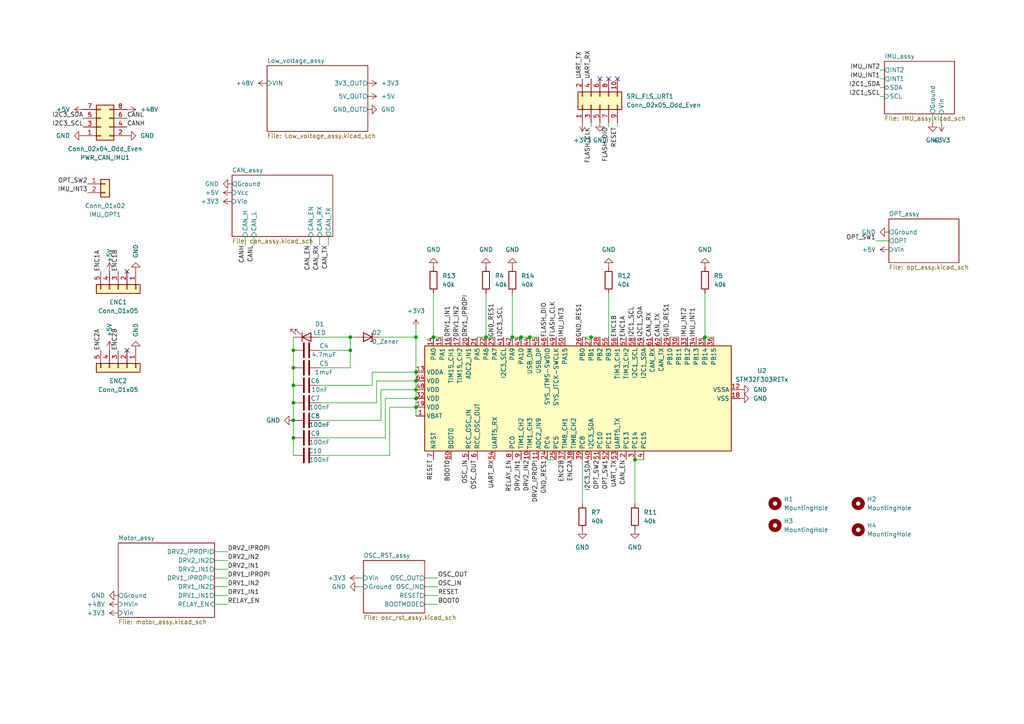
<source format=kicad_sch>
(kicad_sch (version 20230121) (generator eeschema)
  (paper "A4")
  (lib_symbols
    (symbol "Connector_Generic:Conn_01x02" (pin_names (offset 1.016) hide)
      (property "Reference" "J" (at 0 2.54 0))
      (property "Value" "Conn_01x02" (at 0 -5.08 0))
      (symbol "Conn_01x02_1_1"
        (rectangle (start -1.27 -2.413) (end 0 -2.667) (stroke (width 0.1524)))
        (rectangle (start -1.27 0.127) (end 0 -0.127) (stroke (width 0.1524)))
        (rectangle (start -1.27 1.27) (end 1.27 -3.81) (stroke (width 0.254)) (fill (type background)))
        (pin passive line (at -5.08 0 0) (length 3.81) (name "Pin_1") (number "1"))
        (pin passive line (at -5.08 -2.54 0) (length 3.81) (name "Pin_2") (number "2"))
      )
    )
    (symbol "Connector_Generic:Conn_01x05" (pin_names (offset 1.016) hide)
      (property "Reference" "J" (at 0 7.62 0))
      (property "Value" "Conn_01x05" (at 0 -7.62 0))
      (symbol "Conn_01x05_1_1"
        (rectangle (start -1.27 -4.953) (end 0 -5.207) (stroke (width 0.1524)))
        (rectangle (start -1.27 -2.413) (end 0 -2.667) (stroke (width 0.1524)))
        (rectangle (start -1.27 0.127) (end 0 -0.127) (stroke (width 0.1524)))
        (rectangle (start -1.27 2.667) (end 0 2.413) (stroke (width 0.1524)))
        (rectangle (start -1.27 5.207) (end 0 4.953) (stroke (width 0.1524)))
        (rectangle (start -1.27 6.35) (end 1.27 -6.35) (stroke (width 0.254)) (fill (type background)))
        (pin passive line (at -5.08 5.08 0) (length 3.81) (name "Pin_1") (number "1"))
        (pin passive line (at -5.08 2.54 0) (length 3.81) (name "Pin_2") (number "2"))
        (pin passive line (at -5.08 0 0) (length 3.81) (name "Pin_3") (number "3"))
        (pin passive line (at -5.08 -2.54 0) (length 3.81) (name "Pin_4") (number "4"))
        (pin passive line (at -5.08 -5.08 0) (length 3.81) (name "Pin_5") (number "5"))
      )
    )
    (symbol "Connector_Generic:Conn_02x04_Odd_Even" (pin_names (offset 1.016) hide)
      (property "Reference" "J" (at 1.27 5.08 0))
      (property "Value" "Conn_02x04_Odd_Even" (at 1.27 -7.62 0))
      (symbol "Conn_02x04_Odd_Even_1_1"
        (rectangle (start -1.27 -4.953) (end 0 -5.207) (stroke (width 0.1524)))
        (rectangle (start -1.27 -2.413) (end 0 -2.667) (stroke (width 0.1524)))
        (rectangle (start -1.27 0.127) (end 0 -0.127) (stroke (width 0.1524)))
        (rectangle (start -1.27 2.667) (end 0 2.413) (stroke (width 0.1524)))
        (rectangle (start -1.27 3.81) (end 3.81 -6.35) (stroke (width 0.254)) (fill (type background)))
        (rectangle (start 3.81 -4.953) (end 2.54 -5.207) (stroke (width 0.1524)))
        (rectangle (start 3.81 -2.413) (end 2.54 -2.667) (stroke (width 0.1524)))
        (rectangle (start 3.81 0.127) (end 2.54 -0.127) (stroke (width 0.1524)))
        (rectangle (start 3.81 2.667) (end 2.54 2.413) (stroke (width 0.1524)))
        (pin passive line (at -5.08 2.54 0) (length 3.81) (name "Pin_1") (number "1"))
        (pin passive line (at 7.62 2.54 180) (length 3.81) (name "Pin_2") (number "2"))
        (pin passive line (at -5.08 0 0) (length 3.81) (name "Pin_3") (number "3"))
        (pin passive line (at 7.62 0 180) (length 3.81) (name "Pin_4") (number "4"))
        (pin passive line (at -5.08 -2.54 0) (length 3.81) (name "Pin_5") (number "5"))
        (pin passive line (at 7.62 -2.54 180) (length 3.81) (name "Pin_6") (number "6"))
        (pin passive line (at -5.08 -5.08 0) (length 3.81) (name "Pin_7") (number "7"))
        (pin passive line (at 7.62 -5.08 180) (length 3.81) (name "Pin_8") (number "8"))
      )
    )
    (symbol "Connector_Generic:Conn_02x05_Odd_Even" (pin_names (offset 1.016) hide)
      (property "Reference" "J" (at 1.27 7.62 0))
      (property "Value" "Conn_02x05_Odd_Even" (at 1.27 -7.62 0))
      (symbol "Conn_02x05_Odd_Even_1_1"
        (rectangle (start -1.27 -4.953) (end 0 -5.207) (stroke (width 0.1524)))
        (rectangle (start -1.27 -2.413) (end 0 -2.667) (stroke (width 0.1524)))
        (rectangle (start -1.27 0.127) (end 0 -0.127) (stroke (width 0.1524)))
        (rectangle (start -1.27 2.667) (end 0 2.413) (stroke (width 0.1524)))
        (rectangle (start -1.27 5.207) (end 0 4.953) (stroke (width 0.1524)))
        (rectangle (start -1.27 6.35) (end 3.81 -6.35) (stroke (width 0.254)) (fill (type background)))
        (rectangle (start 3.81 -4.953) (end 2.54 -5.207) (stroke (width 0.1524)))
        (rectangle (start 3.81 -2.413) (end 2.54 -2.667) (stroke (width 0.1524)))
        (rectangle (start 3.81 0.127) (end 2.54 -0.127) (stroke (width 0.1524)))
        (rectangle (start 3.81 2.667) (end 2.54 2.413) (stroke (width 0.1524)))
        (rectangle (start 3.81 5.207) (end 2.54 4.953) (stroke (width 0.1524)))
        (pin passive line (at -5.08 5.08 0) (length 3.81) (name "Pin_1") (number "1"))
        (pin passive line (at 7.62 -5.08 180) (length 3.81) (name "Pin_10") (number "10"))
        (pin passive line (at 7.62 5.08 180) (length 3.81) (name "Pin_2") (number "2"))
        (pin passive line (at -5.08 2.54 0) (length 3.81) (name "Pin_3") (number "3"))
        (pin passive line (at 7.62 2.54 180) (length 3.81) (name "Pin_4") (number "4"))
        (pin passive line (at -5.08 0 0) (length 3.81) (name "Pin_5") (number "5"))
        (pin passive line (at 7.62 0 180) (length 3.81) (name "Pin_6") (number "6"))
        (pin passive line (at -5.08 -2.54 0) (length 3.81) (name "Pin_7") (number "7"))
        (pin passive line (at 7.62 -2.54 180) (length 3.81) (name "Pin_8") (number "8"))
        (pin passive line (at -5.08 -5.08 0) (length 3.81) (name "Pin_9") (number "9"))
      )
    )
    (symbol "Device:C" (pin_numbers hide) (pin_names (offset 0.254))
      (property "Reference" "C" (at 0.635 2.54 0))
      (property "Value" "C" (at 0.635 -2.54 0))
      (symbol "C_0_1"
        (polyline (pts (xy -2.032 -0.762) (xy 2.032 -0.762)) (stroke (width 0.508)))
        (polyline (pts (xy -2.032 0.762) (xy 2.032 0.762)) (stroke (width 0.508)))
      )
      (symbol "C_1_1"
        (pin passive line (at 0 3.81 270) (length 2.794) (name "~") (number "1"))
        (pin passive line (at 0 -3.81 90) (length 2.794) (name "~") (number "2"))
      )
    )
    (symbol "Device:D_Zener" (pin_numbers hide) (pin_names (offset 1.016) hide)
      (property "Reference" "D" (at 0 2.54 0))
      (property "Value" "D_Zener" (at 0 -2.54 0))
      (symbol "D_Zener_0_1"
        (polyline (pts (xy 1.27 0) (xy -1.27 0)))
        (polyline (pts (xy -1.27 -1.27) (xy -1.27 1.27) (xy -0.762 1.27)) (stroke (width 0.254)))
        (polyline (pts (xy 1.27 -1.27) (xy 1.27 1.27) (xy -1.27 0) (xy 1.27 -1.27)) (stroke (width 0.254)))
      )
      (symbol "D_Zener_1_1"
        (pin passive line (at -3.81 0 0) (length 2.54) (name "K") (number "1"))
        (pin passive line (at 3.81 0 180) (length 2.54) (name "A") (number "2"))
      )
    )
    (symbol "Device:LED" (pin_numbers hide) (pin_names (offset 1.016) hide)
      (property "Reference" "D" (at 0 2.54 0))
      (property "Value" "LED" (at 0 -2.54 0))
      (symbol "LED_0_1"
        (polyline (pts (xy -1.27 -1.27) (xy -1.27 1.27)) (stroke (width 0.254)))
        (polyline (pts (xy -1.27 0) (xy 1.27 0)))
        (polyline (pts (xy 1.27 -1.27) (xy 1.27 1.27) (xy -1.27 0) (xy 1.27 -1.27)) (stroke (width 0.254)))
        (polyline (pts (xy -3.048 -0.762) (xy -4.572 -2.286) (xy -3.81 -2.286) (xy -4.572 -2.286) (xy -4.572 -1.524)))
        (polyline (pts (xy -1.778 -0.762) (xy -3.302 -2.286) (xy -2.54 -2.286) (xy -3.302 -2.286) (xy -3.302 -1.524)))
      )
      (symbol "LED_1_1"
        (pin passive line (at -3.81 0 0) (length 2.54) (name "K") (number "1"))
        (pin passive line (at 3.81 0 180) (length 2.54) (name "A") (number "2"))
      )
    )
    (symbol "Device:R" (pin_numbers hide) (pin_names (offset 0))
      (property "Reference" "R" (at 2.032 0 90))
      (property "Value" "R" (at 0 0 90))
      (symbol "R_0_1"
        (rectangle (start -1.016 -2.54) (end 1.016 2.54) (stroke (width 0.254)))
      )
      (symbol "R_1_1"
        (pin passive line (at 0 3.81 270) (length 1.27) (name "~") (number "1"))
        (pin passive line (at 0 -3.81 90) (length 1.27) (name "~") (number "2"))
      )
    )
    (symbol "MCU_ST_STM32F3:STM32F303RETx"
      (property "Reference" "U" (at -15.24 46.99 0))
      (property "Value" "STM32F303RETx" (at 10.16 46.99 0))
      (symbol "STM32F303RETx_0_1"
        (rectangle (start -15.24 -43.18) (end 15.24 45.72) (stroke (width 0.254)) (fill (type background)))
      )
      (symbol "STM32F303RETx_1_1"
        (pin power_in line (at -5.08 48.26 270) (length 2.54) (name "VBAT") (number "1"))
        (pin bidirectional line (at -17.78 15.24 0) (length 2.54) (name "PC2") (number "10") (alternate "TIM1_CH3" bidirectional line))
        (pin bidirectional line (at -17.78 12.7 0) (length 2.54) (name "PC3") (number "11") (alternate "ADC2_IN9" bidirectional line))
        (pin power_in line (at 2.54 -45.72 90) (length 2.54) (name "VSSA") (number "12"))
        (pin power_in line (at 7.62 48.26 270) (length 2.54) (name "VDDA") (number "13"))
        (pin bidirectional line (at 17.78 43.18 180) (length 2.54) (name "PA0") (number "14"))
        (pin bidirectional line (at 17.78 40.64 180) (length 2.54) (name "PA1") (number "15"))
        (pin bidirectional line (at 17.78 38.1 180) (length 2.54) (name "PA2") (number "16") (alternate "TIM15_CH1" bidirectional line))
        (pin bidirectional line (at 17.78 35.56 180) (length 2.54) (name "PA3") (number "17") (alternate "TIM15_CH2" bidirectional line))
        (pin power_in line (at 0 -45.72 90) (length 2.54) (name "VSS") (number "18"))
        (pin power_in line (at -2.54 48.26 270) (length 2.54) (name "VDD") (number "19"))
        (pin bidirectional line (at -17.78 -12.7 0) (length 2.54) (name "PC13") (number "2"))
        (pin bidirectional line (at 17.78 33.02 180) (length 2.54) (name "PA4") (number "20") (alternate "ADC2_IN1" bidirectional line) (alternate "TIM3_CH2" bidirectional line))
        (pin bidirectional line (at 17.78 30.48 180) (length 2.54) (name "PA5") (number "21"))
        (pin bidirectional line (at 17.78 27.94 180) (length 2.54) (name "PA6") (number "22") (alternate "TIM3_CH1" bidirectional line))
        (pin bidirectional line (at 17.78 25.4 180) (length 2.54) (name "PA7") (number "23") (alternate "TIM3_CH2" bidirectional line))
        (pin bidirectional line (at -17.78 10.16 0) (length 2.54) (name "PC4") (number "24"))
        (pin bidirectional line (at -17.78 7.62 0) (length 2.54) (name "PC5") (number "25"))
        (pin bidirectional line (at 17.78 0 180) (length 2.54) (name "PB0") (number "26"))
        (pin bidirectional line (at 17.78 -2.54 180) (length 2.54) (name "PB1") (number "27"))
        (pin bidirectional line (at 17.78 -5.08 180) (length 2.54) (name "PB2") (number "28"))
        (pin bidirectional line (at 17.78 -25.4 180) (length 2.54) (name "PB10") (number "29"))
        (pin bidirectional line (at -17.78 -15.24 0) (length 2.54) (name "PC14") (number "3"))
        (pin bidirectional line (at 17.78 -27.94 180) (length 2.54) (name "PB11") (number "30"))
        (pin passive line (at 0 -45.72 90) (length 2.54) hide (name "VSS") (number "31"))
        (pin power_in line (at 0 48.26 270) (length 2.54) (name "VDD") (number "32"))
        (pin bidirectional line (at 17.78 -30.48 180) (length 2.54) (name "PB12") (number "33"))
        (pin bidirectional line (at 17.78 -33.02 180) (length 2.54) (name "PB13") (number "34"))
        (pin bidirectional line (at 17.78 -35.56 180) (length 2.54) (name "PB14") (number "35") (alternate "TIM15_CH1" bidirectional line))
        (pin bidirectional line (at 17.78 -38.1 180) (length 2.54) (name "PB15") (number "36") (alternate "TIM15_CH2" bidirectional line))
        (pin bidirectional line (at -17.78 5.08 0) (length 2.54) (name "PC6") (number "37") (alternate "TIM3_CH1" bidirectional line) (alternate "TIM8_CH1" bidirectional line))
        (pin bidirectional line (at -17.78 2.54 0) (length 2.54) (name "PC7") (number "38") (alternate "TIM3_CH2" bidirectional line) (alternate "TIM8_CH2" bidirectional line))
        (pin bidirectional line (at -17.78 0 0) (length 2.54) (name "PC8") (number "39"))
        (pin bidirectional line (at -17.78 -17.78 0) (length 2.54) (name "PC15") (number "4"))
        (pin bidirectional line (at -17.78 -2.54 0) (length 2.54) (name "PC9") (number "40") (alternate "I2C3_SDA" bidirectional line))
        (pin bidirectional line (at 17.78 22.86 180) (length 2.54) (name "PA8") (number "41") (alternate "I2C3_SCL" bidirectional line))
        (pin bidirectional line (at 17.78 20.32 180) (length 2.54) (name "PA9") (number "42") (alternate "TIM1_CH2" bidirectional line))
        (pin bidirectional line (at 17.78 17.78 180) (length 2.54) (name "PA10") (number "43") (alternate "TIM1_CH3" bidirectional line))
        (pin bidirectional line (at 17.78 15.24 180) (length 2.54) (name "PA11") (number "44") (alternate "CAN_RX" bidirectional line) (alternate "USB_DM" bidirectional line))
        (pin bidirectional line (at 17.78 12.7 180) (length 2.54) (name "PA12") (number "45") (alternate "CAN_TX" bidirectional line) (alternate "USB_DP" bidirectional line))
        (pin bidirectional line (at 17.78 10.16 180) (length 2.54) (name "PA13") (number "46") (alternate "SYS_JTMS-SWDIO" bidirectional line))
        (pin passive line (at 0 -45.72 90) (length 2.54) hide (name "VSS") (number "47"))
        (pin power_in line (at 2.54 48.26 270) (length 2.54) (name "VDD") (number "48"))
        (pin bidirectional line (at 17.78 7.62 180) (length 2.54) (name "PA14") (number "49") (alternate "I2C1_SDA" bidirectional line) (alternate "SYS_JTCK-SWCLK" bidirectional line) (alternate "TIM8_CH2" bidirectional line))
        (pin bidirectional line (at -17.78 33.02 0) (length 2.54) (name "PF0") (number "5") (alternate "RCC_OSC_IN" bidirectional line))
        (pin bidirectional line (at 17.78 5.08 180) (length 2.54) (name "PA15") (number "50") (alternate "I2C1_SCL" bidirectional line) (alternate "TIM8_CH1" bidirectional line))
        (pin bidirectional line (at -17.78 -5.08 0) (length 2.54) (name "PC10") (number "51"))
        (pin bidirectional line (at -17.78 -7.62 0) (length 2.54) (name "PC11") (number "52"))
        (pin bidirectional line (at -17.78 -10.16 0) (length 2.54) (name "PC12") (number "53") (alternate "UART5_TX" bidirectional line))
        (pin bidirectional line (at -17.78 25.4 0) (length 2.54) (name "PD2") (number "54") (alternate "UART5_RX" bidirectional line))
        (pin bidirectional line (at 17.78 -7.62 180) (length 2.54) (name "PB3") (number "55"))
        (pin bidirectional line (at 17.78 -10.16 180) (length 2.54) (name "PB4") (number "56") (alternate "TIM3_CH1" bidirectional line))
        (pin bidirectional line (at 17.78 -12.7 180) (length 2.54) (name "PB5") (number "57") (alternate "I2C3_SDA" bidirectional line) (alternate "TIM3_CH2" bidirectional line))
        (pin bidirectional line (at 17.78 -15.24 180) (length 2.54) (name "PB6") (number "58") (alternate "I2C1_SCL" bidirectional line) (alternate "TIM8_CH1" bidirectional line))
        (pin bidirectional line (at 17.78 -17.78 180) (length 2.54) (name "PB7") (number "59") (alternate "I2C1_SDA" bidirectional line))
        (pin bidirectional line (at -17.78 30.48 0) (length 2.54) (name "PF1") (number "6") (alternate "RCC_OSC_OUT" bidirectional line))
        (pin input line (at -17.78 38.1 0) (length 2.54) (name "BOOT0") (number "60"))
        (pin bidirectional line (at 17.78 -20.32 180) (length 2.54) (name "PB8") (number "61") (alternate "CAN_RX" bidirectional line) (alternate "I2C1_SCL" bidirectional line) (alternate "TIM8_CH2" bidirectional line))
        (pin bidirectional line (at 17.78 -22.86 180) (length 2.54) (name "PB9") (number "62") (alternate "CAN_TX" bidirectional line) (alternate "I2C1_SDA" bidirectional line))
        (pin passive line (at 0 -45.72 90) (length 2.54) hide (name "VSS") (number "63"))
        (pin power_in line (at 5.08 48.26 270) (length 2.54) (name "VDD") (number "64"))
        (pin input line (at -17.78 43.18 0) (length 2.54) (name "NRST") (number "7"))
        (pin bidirectional line (at -17.78 20.32 0) (length 2.54) (name "PC0") (number "8"))
        (pin bidirectional line (at -17.78 17.78 0) (length 2.54) (name "PC1") (number "9") (alternate "TIM1_CH2" bidirectional line))
      )
    )
    (symbol "Mechanical:MountingHole" (pin_names (offset 1.016))
      (property "Reference" "H" (at 0 5.08 0))
      (property "Value" "MountingHole" (at 0 3.175 0))
      (symbol "MountingHole_0_1"
        (circle (center 0 0) (radius 1.27) (stroke (width 1.27)))
      )
    )
    (symbol "power:+3V3" (power) (pin_names (offset 0))
      (property "Value" "+3V3" (at 0 3.556 0))
      (symbol "+3V3_0_1"
        (polyline (pts (xy -0.762 1.27) (xy 0 2.54)))
        (polyline (pts (xy 0 0) (xy 0 2.54)))
        (polyline (pts (xy 0 2.54) (xy 0.762 1.27)))
      )
      (symbol "+3V3_1_1"
        (pin power_in line (at 0 0 90) (length 0) hide (name "+3V3") (number "1"))
      )
    )
    (symbol "power:+48V" (power) (pin_names (offset 0))
      (property "Value" "+48V" (at 0 3.556 0))
      (symbol "+48V_0_1"
        (polyline (pts (xy -0.762 1.27) (xy 0 2.54)))
        (polyline (pts (xy 0 0) (xy 0 2.54)))
        (polyline (pts (xy 0 2.54) (xy 0.762 1.27)))
      )
      (symbol "+48V_1_1"
        (pin power_in line (at 0 0 90) (length 0) hide (name "+48V") (number "1"))
      )
    )
    (symbol "power:+5V" (power) (pin_names (offset 0))
      (property "Value" "+5V" (at 0 3.556 0))
      (symbol "+5V_0_1"
        (polyline (pts (xy -0.762 1.27) (xy 0 2.54)))
        (polyline (pts (xy 0 0) (xy 0 2.54)))
        (polyline (pts (xy 0 2.54) (xy 0.762 1.27)))
      )
      (symbol "+5V_1_1"
        (pin power_in line (at 0 0 90) (length 0) hide (name "+5V") (number "1"))
      )
    )
    (symbol "power:GND" (power) (pin_names (offset 0))
      (property "Value" "GND" (at 0 -3.81 0))
      (symbol "GND_0_1"
        (polyline (pts (xy 0 0) (xy 0 -1.27) (xy 1.27 -1.27) (xy 0 -2.54) (xy -1.27 -1.27) (xy 0 -1.27)))
      )
      (symbol "GND_1_1"
        (pin power_in line (at 0 0 270) (length 0) hide (name "GND") (number "1"))
      )
    )
  )
  (junction (at 85.09 116.84))
  (junction (at 120.65 110.49))
  (junction (at 120.65 97.79))
  (junction (at 125.73 97.79))
  (junction (at 204.47 97.79))
  (junction (at 153.67 97.79))
  (junction (at 184.15 133.35))
  (junction (at 120.65 115.57))
  (junction (at 140.97 97.79))
  (junction (at 101.6 101.6))
  (junction (at 148.59 97.79))
  (junction (at 85.09 101.6))
  (junction (at 85.09 106.68))
  (junction (at 120.65 107.95))
  (junction (at 120.65 113.03))
  (junction (at 151.13 97.79))
  (junction (at 85.09 121.92))
  (junction (at 85.09 111.76))
  (junction (at 120.65 118.11))
  (junction (at 171.45 97.79))
  (junction (at 85.09 127))
  (junction (at 101.6 97.79))
  (no_connect (at 176.53 22.86))
  (no_connect (at 179.07 22.86))
  (no_connect (at 36.83 78.74))
  (no_connect (at 173.99 22.86))
  (no_connect (at 36.83 101.6))
  (wire (pts (xy 171.45 35.56) (xy 171.45 36.83)))
  (wire (pts (xy 123.19 172.72) (xy 127 172.72)))
  (wire (pts (xy 204.47 97.79) (xy 207.01 97.79)))
  (wire (pts (xy 92.71 101.6) (xy 101.6 101.6)))
  (wire (pts (xy 255.27 20.32) (xy 256.54 20.32)))
  (wire (pts (xy 123.19 175.26) (xy 127 175.26)))
  (wire (pts (xy 255.27 25.4) (xy 256.54 25.4)))
  (wire (pts (xy 255.27 27.94) (xy 256.54 27.94)))
  (wire (pts (xy 171.45 97.79) (xy 173.99 97.79)))
  (wire (pts (xy 92.71 97.79) (xy 101.6 97.79)))
  (wire (pts (xy 62.23 167.64) (xy 66.04 167.64)))
  (wire (pts (xy 148.59 97.79) (xy 151.13 97.79)))
  (wire (pts (xy 153.67 97.79) (xy 156.21 97.79)))
  (wire (pts (xy 120.65 113.03) (xy 120.65 115.57)))
  (wire (pts (xy 71.12 68.58) (xy 71.12 71.12)))
  (wire (pts (xy 113.03 118.11) (xy 120.65 118.11)))
  (wire (pts (xy 110.49 121.92) (xy 110.49 113.03)))
  (wire (pts (xy 92.71 106.68) (xy 101.6 106.68)))
  (wire (pts (xy 62.23 160.02) (xy 66.04 160.02)))
  (wire (pts (xy 85.09 111.76) (xy 85.09 116.84)))
  (wire (pts (xy 92.71 68.58) (xy 92.71 71.12)))
  (wire (pts (xy 113.03 132.08) (xy 113.03 118.11)))
  (wire (pts (xy 184.15 133.35) (xy 184.15 146.05)))
  (wire (pts (xy 62.23 172.72) (xy 66.04 172.72)))
  (wire (pts (xy 120.65 97.79) (xy 120.65 107.95)))
  (wire (pts (xy 107.95 107.95) (xy 120.65 107.95)))
  (wire (pts (xy 204.47 85.09) (xy 204.47 97.79)))
  (wire (pts (xy 101.6 101.6) (xy 101.6 97.79)))
  (wire (pts (xy 194.31 97.79) (xy 196.85 97.79)))
  (wire (pts (xy 85.09 116.84) (xy 85.09 121.92)))
  (wire (pts (xy 104.14 170.18) (xy 105.41 170.18)))
  (wire (pts (xy 111.76 127) (xy 111.76 115.57)))
  (wire (pts (xy 120.65 115.57) (xy 120.65 118.11)))
  (wire (pts (xy 123.19 170.18) (xy 127 170.18)))
  (wire (pts (xy 176.53 35.56) (xy 176.53 36.83)))
  (wire (pts (xy 92.71 111.76) (xy 107.95 111.76)))
  (wire (pts (xy 73.66 68.58) (xy 73.66 71.12)))
  (wire (pts (xy 254 69.85) (xy 257.81 69.85)))
  (wire (pts (xy 179.07 35.56) (xy 179.07 36.83)))
  (wire (pts (xy 90.17 68.58) (xy 90.17 71.12)))
  (wire (pts (xy 273.05 33.02) (xy 273.05 35.56)))
  (wire (pts (xy 120.65 118.11) (xy 120.65 120.65)))
  (wire (pts (xy 92.71 132.08) (xy 113.03 132.08)))
  (wire (pts (xy 270.51 33.02) (xy 270.51 35.56)))
  (wire (pts (xy 140.97 85.09) (xy 140.97 97.79)))
  (wire (pts (xy 255.27 22.86) (xy 256.54 22.86)))
  (wire (pts (xy 151.13 97.79) (xy 153.67 97.79)))
  (wire (pts (xy 125.73 97.79) (xy 128.27 97.79)))
  (wire (pts (xy 104.14 167.64) (xy 105.41 167.64)))
  (wire (pts (xy 101.6 106.68) (xy 101.6 101.6)))
  (wire (pts (xy 120.65 110.49) (xy 120.65 113.03)))
  (wire (pts (xy 85.09 127) (xy 85.09 132.08)))
  (wire (pts (xy 168.91 97.79) (xy 171.45 97.79)))
  (wire (pts (xy 92.71 116.84) (xy 109.22 116.84)))
  (wire (pts (xy 95.25 68.58) (xy 95.25 71.12)))
  (wire (pts (xy 125.73 85.09) (xy 125.73 97.79)))
  (wire (pts (xy 85.09 97.79) (xy 85.09 101.6)))
  (wire (pts (xy 85.09 106.68) (xy 85.09 111.76)))
  (wire (pts (xy 92.71 121.92) (xy 110.49 121.92)))
  (wire (pts (xy 85.09 101.6) (xy 85.09 106.68)))
  (wire (pts (xy 109.22 116.84) (xy 109.22 110.49)))
  (wire (pts (xy 110.49 113.03) (xy 120.65 113.03)))
  (wire (pts (xy 62.23 170.18) (xy 66.04 170.18)))
  (wire (pts (xy 85.09 121.92) (xy 85.09 127)))
  (wire (pts (xy 62.23 175.26) (xy 66.04 175.26)))
  (wire (pts (xy 158.75 133.35) (xy 161.29 133.35)))
  (wire (pts (xy 62.23 162.56) (xy 66.04 162.56)))
  (wire (pts (xy 138.43 97.79) (xy 140.97 97.79)))
  (wire (pts (xy 168.91 133.35) (xy 168.91 146.05)))
  (wire (pts (xy 176.53 85.09) (xy 176.53 97.79)))
  (wire (pts (xy 148.59 85.09) (xy 148.59 97.79)))
  (wire (pts (xy 62.23 165.1) (xy 66.04 165.1)))
  (wire (pts (xy 101.6 97.79) (xy 102.87 97.79)))
  (wire (pts (xy 107.95 111.76) (xy 107.95 107.95)))
  (wire (pts (xy 123.19 167.64) (xy 127 167.64)))
  (wire (pts (xy 184.15 133.35) (xy 186.69 133.35)))
  (wire (pts (xy 110.49 97.79) (xy 120.65 97.79)))
  (wire (pts (xy 120.65 107.95) (xy 120.65 110.49)))
  (wire (pts (xy 109.22 110.49) (xy 120.65 110.49)))
  (wire (pts (xy 92.71 127) (xy 111.76 127)))
  (wire (pts (xy 120.65 95.25) (xy 120.65 97.79)))
  (wire (pts (xy 111.76 115.57) (xy 120.65 115.57)))
  (wire (pts (xy 140.97 97.79) (xy 143.51 97.79)))
  (label "OPT_SW1" (at 254 69.85 180))
  (label "I2C1_SCL" (at 184.15 97.79 90))
  (label "ENC1B" (at 34.29 78.74 90))
  (label "IMU_INT1" (at 255.27 22.86 180))
  (label "UART_RX" (at 171.45 22.86 90))
  (label "DRV2_IN1" (at 66.04 165.1 0))
  (label "DRV1_IN2" (at 66.04 170.18 0))
  (label "ENC2B" (at 34.29 101.6 90))
  (label "RESET" (at 179.07 36.83 270))
  (label "CAN_EN" (at 90.17 71.12 270))
  (label "DRV2_IPROPI" (at 156.21 133.35 270))
  (label "BOOT0" (at 127 175.26 0))
  (label "ENC2A" (at 29.21 101.6 90))
  (label "DRV2_IN1" (at 151.13 133.35 270))
  (label "CANL" (at 73.66 71.12 270))
  (label "I2C1_SCL" (at 255.27 27.94 180))
  (label "CAN_EN" (at 181.61 133.35 270))
  (label "GND_RES1" (at 143.51 97.79 90))
  (label "GND_RES1" (at 168.91 97.79 90))
  (label "FLASH_CLK" (at 171.45 36.83 270))
  (label "CANH" (at 71.12 71.12 270))
  (label "GND_RES1" (at 158.75 133.35 270))
  (label "IMU_INT3" (at 163.83 97.79 90))
  (label "ENC1B" (at 179.07 97.79 90))
  (label "DRV1_IPROPI" (at 66.04 167.64 0))
  (label "GND_RES1" (at 194.31 97.79 90))
  (label "RESET" (at 125.73 133.35 270))
  (label "OSC_IN" (at 127 170.18 0))
  (label "FLASH_DIO" (at 158.75 97.79 90))
  (label "DRV1_IPROPI" (at 135.89 97.79 90))
  (label "DRV2_IN2" (at 153.67 133.35 270))
  (label "OPT_SW2" (at 25.4 53.34 180))
  (label "ENC2B" (at 163.83 133.35 270))
  (label "BOOT0" (at 130.81 133.35 270))
  (label "CAN_TX" (at 95.25 71.12 270))
  (label "CAN_TX" (at 191.77 97.79 90))
  (label "DRV1_IN1" (at 130.81 97.79 90))
  (label "RELAY_EN" (at 148.59 133.35 270))
  (label "CANL" (at 36.83 34.29 0))
  (label "RELAY_EN" (at 66.04 175.26 0))
  (label "OSC_IN" (at 135.89 133.35 270))
  (label "FLASH_CLK" (at 161.29 97.79 90))
  (label "I2C3_SDA" (at 171.45 133.35 270))
  (label "CAN_RX" (at 92.71 71.12 270))
  (label "CANH" (at 36.83 36.83 0))
  (label "OSC_OUT" (at 138.43 133.35 270))
  (label "I2C3_SCL" (at 24.13 36.83 180))
  (label "I2C3_SDA" (at 24.13 34.29 180))
  (label "OSC_OUT" (at 127 167.64 0))
  (label "IMU_INT2" (at 199.39 97.79 90))
  (label "DRV1_IN2" (at 133.35 97.79 90))
  (label "UART_RX" (at 143.51 133.35 270))
  (label "I2C1_SDA" (at 255.27 25.4 180))
  (label "ENC1A" (at 29.21 78.74 90))
  (label "DRV2_IPROPI" (at 66.04 160.02 0))
  (label "UART_TX" (at 179.07 133.35 270))
  (label "ENC2A" (at 166.37 133.35 270))
  (label "IMU_INT1" (at 201.93 97.79 90))
  (label "I2C1_SDA" (at 186.69 97.79 90))
  (label "IMU_INT3" (at 25.4 55.88 180))
  (label "DRV2_IN2" (at 66.04 162.56 0))
  (label "RESET" (at 127 172.72 0))
  (label "DRV1_IN1" (at 66.04 172.72 0))
  (label "UART_TX" (at 168.91 22.86 90))
  (label "ENC1A" (at 181.61 97.79 90))
  (label "OPT_SW2" (at 173.99 133.35 270))
  (label "OPT_SW1" (at 176.53 133.35 270))
  (label "FLASH_DIO" (at 176.53 36.83 270))
  (label "I2C3_SCL" (at 146.05 97.79 90))
  (label "CAN_RX" (at 189.23 97.79 90))
  (label "IMU_INT2" (at 255.27 20.32 180))
  (symbol (lib_id "power:GND") (at 140.97 77.47 180) (unit 1)
    (property "Reference" "#PWR027" (effects hide))
    (property "Value" "GND" (at 140.97 72.39 0))
  )
  (symbol (lib_id "Connector_Generic:Conn_02x05_Odd_Even") (at 173.99 30.48 90) (unit 1)
    (property "Reference" "SRL_FLS_URT1" (at 181.61 27.94 90) (effects (justify right)))
    (property "Value" "Conn_02x05_Odd_Even" (at 181.61 30.48 90) (effects (justify right)))
    (property "Footprint" "Connector_PinHeader_2.54mm:PinHeader_2x05_P2.54mm_Horizontal" (effects hide))
  )
  (symbol (lib_id "Device:C") (at 88.9 101.6 270) (unit 1)
    (property "Reference" "C4" (at 93.98 100.33 90))
    (property "Value" "4.7muF" (at 93.98 102.87 90))
    (property "Footprint" "Capacitor_SMD:C_0603_1608Metric" (effects hide))
  )
  (symbol (lib_id "power:GND") (at 148.59 77.47 180) (unit 1)
    (property "Reference" "#PWR033" (effects hide))
    (property "Value" "GND" (at 148.59 72.39 0))
  )
  (symbol (lib_id "Device:C") (at 88.9 111.76 90) (unit 1)
    (property "Reference" "C6" (at 91.44 110.49 90))
    (property "Value" "10nF" (at 92.71 113.03 90))
    (property "Footprint" "Capacitor_SMD:C_0603_1608Metric" (effects hide))
  )
  (symbol (lib_id "power:GND") (at 125.73 77.47 180) (unit 1)
    (property "Reference" "#PWR032" (effects hide))
    (property "Value" "GND" (at 125.73 72.39 0))
  )
  (symbol (lib_id "power:+5V") (at 24.13 31.75 90) (unit 1)
    (property "Reference" "#PWR043" (effects hide))
    (property "Value" "+5V" (at 20.32 31.75 90) (effects (justify left)))
  )
  (symbol (lib_id "Device:R") (at 176.53 81.28 0) (unit 1)
    (property "Reference" "R12" (at 179.07 80.01 0) (effects (justify left)))
    (property "Value" "40k" (at 179.07 82.55 0) (effects (justify left)))
    (property "Footprint" "Resistor_SMD:R_0402_1005Metric" (effects hide))
  )
  (symbol (lib_id "Device:R") (at 168.91 149.86 180) (unit 1)
    (property "Reference" "R7" (at 171.45 148.59 0) (effects (justify right)))
    (property "Value" "40k" (at 171.45 151.13 0) (effects (justify right)))
    (property "Footprint" "Resistor_SMD:R_0402_1005Metric" (effects hide))
  )
  (symbol (lib_id "Device:R") (at 148.59 81.28 0) (unit 1)
    (property "Reference" "R14" (at 151.13 80.01 0) (effects (justify left)))
    (property "Value" "40k" (at 151.13 82.55 0) (effects (justify left)))
    (property "Footprint" "Resistor_SMD:R_0402_1005Metric" (effects hide))
  )
  (symbol (lib_id "power:GND") (at 214.63 113.03 90) (unit 1)
    (property "Reference" "#PWR023" (effects hide))
    (property "Value" "GND" (at 218.44 113.03 90) (effects (justify right)))
  )
  (symbol (lib_id "power:+3V3") (at 168.91 35.56 180) (unit 1)
    (property "Reference" "#PWR037" (effects hide))
    (property "Value" "+3V3" (at 168.91 40.64 0))
  )
  (symbol (lib_id "power:+3V3") (at 104.14 167.64 90) (unit 1)
    (property "Reference" "#PWR021" (effects hide))
    (property "Value" "+3V3" (at 100.33 167.64 90) (effects (justify left)))
  )
  (symbol (lib_id "power:+5V") (at 31.75 78.74 0) (unit 1)
    (property "Reference" "#PWR01" (effects hide))
    (property "Value" "+5V" (at 31.75 76.2 90) (effects (justify left)))
  )
  (symbol (lib_id "power:GND") (at 85.09 121.92 270) (unit 1)
    (property "Reference" "#PWR014" (effects hide))
    (property "Value" "GND" (at 81.28 121.92 90) (effects (justify right)))
  )
  (symbol (lib_id "Connector_Generic:Conn_01x05") (at 34.29 106.68 270) (unit 1)
    (property "Reference" "ENC2" (at 34.29 110.49 90))
    (property "Value" "Conn_01x05" (at 34.29 113.03 90))
    (property "Footprint" "Connector_PinHeader_2.54mm:PinHeader_1x05_P2.54mm_Vertical" (effects hide))
  )
  (symbol (lib_id "Mechanical:MountingHole") (at 248.92 153.67 0) (unit 1)
    (property "Reference" "H4" (at 251.46 152.4 0) (effects (justify left)))
    (property "Value" "MountingHole" (at 251.46 154.94 0) (effects (justify left)))
    (property "Footprint" "MountingHole:MountingHole_2.7mm_M2.5" (effects hide))
  )
  (symbol (lib_id "power:+48V") (at 77.47 24.13 90) (unit 1)
    (property "Reference" "#PWR010" (effects hide))
    (property "Value" "+48V" (at 73.66 24.13 90) (effects (justify left)))
  )
  (symbol (lib_id "power:+5V") (at 106.68 27.94 270) (unit 1)
    (property "Reference" "#PWR018" (effects hide))
    (property "Value" "+5V" (at 110.49 27.94 90) (effects (justify left)))
  )
  (symbol (lib_id "Device:R") (at 184.15 149.86 180) (unit 1)
    (property "Reference" "R11" (at 186.69 148.59 0) (effects (justify right)))
    (property "Value" "40k" (at 186.69 151.13 0) (effects (justify right)))
    (property "Footprint" "Resistor_SMD:R_0402_1005Metric" (effects hide))
  )
  (symbol (lib_id "power:+48V") (at 36.83 31.75 270) (unit 1)
    (property "Reference" "#PWR05" (effects hide))
    (property "Value" "+48V" (at 40.64 31.75 90) (effects (justify left)))
  )
  (symbol (lib_id "power:GND") (at 36.83 39.37 90) (unit 1)
    (property "Reference" "#PWR06" (effects hide))
    (property "Value" "GND" (at 40.64 39.37 90) (effects (justify right)))
  )
  (symbol (lib_id "power:+5V") (at 257.81 72.39 90) (unit 1)
    (property "Reference" "#PWR022" (effects hide))
    (property "Value" "+5V" (at 254 72.39 90) (effects (justify left)))
  )
  (symbol (lib_id "Mechanical:MountingHole") (at 248.92 146.05 0) (unit 1)
    (property "Reference" "H2" (at 251.46 144.78 0) (effects (justify left)))
    (property "Value" "MountingHole" (at 251.46 147.32 0) (effects (justify left)))
    (property "Footprint" "MountingHole:MountingHole_2.2mm_M2" (effects hide))
  )
  (symbol (lib_id "Connector_Generic:Conn_02x04_Odd_Even") (at 29.21 36.83 0) (mirror x) (unit 1)
    (property "Reference" "PWR_CAN_IMU1" (at 30.48 45.72 0))
    (property "Value" "Conn_02x04_Odd_Even" (at 30.48 43.18 0))
    (property "Footprint" "Connector_PinHeader_2.54mm:PinHeader_2x04_P2.54mm_Horizontal" (effects hide))
  )
  (symbol (lib_id "Connector_Generic:Conn_01x02") (at 30.48 53.34 0) (unit 1)
    (property "Reference" "IMU_OPT1" (at 30.48 62.23 0))
    (property "Value" "Conn_01x02" (at 30.48 59.69 0))
    (property "Footprint" "Connector_PinHeader_2.54mm:PinHeader_1x02_P2.54mm_Horizontal" (effects hide))
  )
  (symbol (lib_id "power:+3V3") (at 106.68 24.13 270) (unit 1)
    (property "Reference" "#PWR017" (effects hide))
    (property "Value" "+3V3" (at 110.49 24.13 90) (effects (justify left)))
  )
  (symbol (lib_id "power:GND") (at 184.15 153.67 0) (unit 1)
    (property "Reference" "#PWR07" (effects hide))
    (property "Value" "GND" (at 184.15 158.75 0))
  )
  (symbol (lib_id "Device:LED") (at 88.9 97.79 0) (mirror x) (unit 1)
    (property "Reference" "D1" (at 92.71 93.98 0))
    (property "Value" "LED" (at 92.71 96.52 0))
    (property "Footprint" "LED_SMD:LED_0603_1608Metric" (effects hide))
  )
  (symbol (lib_id "power:GND") (at 176.53 77.47 180) (unit 1)
    (property "Reference" "#PWR031" (effects hide))
    (property "Value" "GND" (at 176.53 72.39 0))
  )
  (symbol (lib_id "power:GND") (at 24.13 39.37 270) (unit 1)
    (property "Reference" "#PWR040" (effects hide))
    (property "Value" "GND" (at 20.32 39.37 90) (effects (justify right)))
  )
  (symbol (lib_id "power:GND") (at 173.99 35.56 0) (unit 1)
    (property "Reference" "#PWR042" (effects hide))
    (property "Value" "GND" (at 173.99 40.64 0))
  )
  (symbol (lib_id "power:GND") (at 34.29 172.72 270) (unit 1)
    (property "Reference" "#PWR025" (effects hide))
    (property "Value" "GND" (at 30.48 172.72 90) (effects (justify right)))
  )
  (symbol (lib_id "Device:C") (at 88.9 116.84 90) (unit 1)
    (property "Reference" "C7" (at 91.44 115.57 90))
    (property "Value" "100nF" (at 92.71 118.11 90))
    (property "Footprint" "Capacitor_SMD:C_0603_1608Metric" (effects hide))
  )
  (symbol (lib_id "MCU_ST_STM32F3:STM32F303RETx") (at 168.91 115.57 90) (unit 1)
    (property "Reference" "U2" (at 220.98 107.5339 90))
    (property "Value" "STM32F303RETx" (at 220.98 110.0739 90))
    (property "Footprint" "Package_QFP:LQFP-64_10x10mm_P0.5mm" (effects hide))
    (property "Datasheet" "https://www.st.com/resource/en/datasheet/stm32f303re.pdf" (effects hide))
    (pin "10" (alternate "TIM1_CH3"))
    (pin "11" (alternate "ADC2_IN9"))
    (pin "16" (alternate "TIM15_CH1"))
    (pin "17" (alternate "TIM15_CH2"))
    (pin "20" (alternate "ADC2_IN1"))
    (pin "37" (alternate "TIM8_CH1"))
    (pin "38" (alternate "TIM8_CH2"))
    (pin "40" (alternate "I2C3_SDA"))
    (pin "41" (alternate "I2C3_SCL"))
    (pin "44" (alternate "USB_DM"))
    (pin "45" (alternate "USB_DP"))
    (pin "46" (alternate "SYS_JTMS-SWDIO"))
    (pin "49" (alternate "SYS_JTCK-SWCLK"))
    (pin "5" (alternate "RCC_OSC_IN"))
    (pin "53" (alternate "UART5_TX"))
    (pin "54" (alternate "UART5_RX"))
    (pin "56" (alternate "TIM3_CH1"))
    (pin "57" (alternate "TIM3_CH2"))
    (pin "58" (alternate "I2C1_SCL"))
    (pin "59" (alternate "I2C1_SDA"))
    (pin "6" (alternate "RCC_OSC_OUT"))
    (pin "61" (alternate "CAN_RX"))
    (pin "62" (alternate "CAN_TX"))
    (pin "9" (alternate "TIM1_CH2"))
  )
  (symbol (lib_id "power:+5V") (at 67.31 55.88 90) (unit 1)
    (property "Reference" "#PWR011" (effects hide))
    (property "Value" "+5V" (at 63.5 55.88 90) (effects (justify left)))
  )
  (symbol (lib_id "Mechanical:MountingHole") (at 224.79 152.4 0) (unit 1)
    (property "Reference" "H3" (at 227.33 151.13 0) (effects (justify left)))
    (property "Value" "MountingHole" (at 227.33 153.67 0) (effects (justify left)))
    (property "Footprint" "MountingHole:MountingHole_2.7mm_M2.5" (effects hide))
  )
  (symbol (lib_id "Device:C") (at 88.9 121.92 90) (unit 1)
    (property "Reference" "C8" (at 91.44 120.65 90))
    (property "Value" "100nF" (at 92.71 123.19 90))
    (property "Footprint" "Capacitor_SMD:C_0603_1608Metric" (effects hide))
  )
  (symbol (lib_id "power:+3V3") (at 120.65 95.25 0) (unit 1)
    (property "Reference" "#PWR020" (effects hide))
    (property "Value" "+3V3" (at 120.65 90.17 0))
  )
  (symbol (lib_id "power:GND") (at 214.63 115.57 90) (unit 1)
    (property "Reference" "#PWR024" (effects hide))
    (property "Value" "GND" (at 218.44 115.57 90) (effects (justify right)))
  )
  (symbol (lib_id "Device:R") (at 125.73 81.28 0) (unit 1)
    (property "Reference" "R13" (at 128.27 80.01 0) (effects (justify left)))
    (property "Value" "40k" (at 128.27 82.55 0) (effects (justify left)))
    (property "Footprint" "Resistor_SMD:R_0402_1005Metric" (effects hide))
  )
  (symbol (lib_id "power:+3V3") (at 34.29 177.8 90) (unit 1)
    (property "Reference" "#PWR035" (effects hide))
    (property "Value" "+3V3" (at 30.48 177.8 90) (effects (justify left)))
  )
  (symbol (lib_id "power:GND") (at 257.81 67.31 270) (unit 1)
    (property "Reference" "#PWR012" (effects hide))
    (property "Value" "GND" (at 254 67.31 90) (effects (justify right)))
  )
  (symbol (lib_id "Device:C") (at 88.9 127 90) (unit 1)
    (property "Reference" "C9" (at 91.44 125.73 90))
    (property "Value" "100nF" (at 92.71 128.27 90))
    (property "Footprint" "Capacitor_SMD:C_0603_1608Metric" (effects hide))
  )
  (symbol (lib_id "power:GND") (at 67.31 53.34 270) (unit 1)
    (property "Reference" "#PWR09" (effects hide))
    (property "Value" "GND" (at 63.5 53.34 90) (effects (justify right)))
  )
  (symbol (lib_id "power:GND") (at 270.51 35.56 0) (unit 1)
    (property "Reference" "#PWR08" (effects hide))
    (property "Value" "GND" (at 270.51 40.64 0))
  )
  (symbol (lib_id "power:GND") (at 204.47 77.47 180) (unit 1)
    (property "Reference" "#PWR028" (effects hide))
    (property "Value" "GND" (at 204.47 72.39 0))
  )
  (symbol (lib_id "Mechanical:MountingHole") (at 224.79 146.05 0) (unit 1)
    (property "Reference" "H1" (at 227.33 144.78 0) (effects (justify left)))
    (property "Value" "MountingHole" (at 227.33 147.32 0) (effects (justify left)))
    (property "Footprint" "MountingHole:MountingHole_2.2mm_M2" (effects hide))
  )
  (symbol (lib_id "power:GND") (at 39.37 78.74 180) (unit 1)
    (property "Reference" "#PWR03" (effects hide))
    (property "Value" "GND" (at 39.37 74.93 90) (effects (justify right)))
  )
  (symbol (lib_id "power:+48V") (at 34.29 175.26 90) (unit 1)
    (property "Reference" "#PWR015" (effects hide))
    (property "Value" "+48V" (at 30.48 175.26 90) (effects (justify left)))
  )
  (symbol (lib_id "power:GND") (at 104.14 170.18 270) (unit 1)
    (property "Reference" "#PWR019" (effects hide))
    (property "Value" "GND" (at 100.33 170.18 90) (effects (justify right)))
  )
  (symbol (lib_id "power:GND") (at 106.68 31.75 90) (unit 1)
    (property "Reference" "#PWR016" (effects hide))
    (property "Value" "GND" (at 110.49 31.75 90) (effects (justify right)))
  )
  (symbol (lib_id "Connector_Generic:Conn_01x05") (at 34.29 83.82 270) (unit 1)
    (property "Reference" "ENC1" (at 34.29 87.63 90))
    (property "Value" "Conn_01x05" (at 34.29 90.17 90))
    (property "Footprint" "Connector_PinHeader_2.54mm:PinHeader_1x05_P2.54mm_Vertical" (effects hide))
  )
  (symbol (lib_id "Device:R") (at 140.97 81.28 0) (unit 1)
    (property "Reference" "R4" (at 143.51 80.01 0) (effects (justify left)))
    (property "Value" "40k" (at 143.51 82.55 0) (effects (justify left)))
    (property "Footprint" "Resistor_SMD:R_0402_1005Metric" (effects hide))
  )
  (symbol (lib_id "power:GND") (at 168.91 153.67 0) (unit 1)
    (property "Reference" "#PWR029" (effects hide))
    (property "Value" "GND" (at 168.91 158.75 0))
  )
  (symbol (lib_id "Device:D_Zener") (at 106.68 97.79 180) (unit 1)
    (property "Reference" "D2" (at 109.22 96.52 0))
    (property "Value" "D_Zener" (at 111.76 99.06 0))
    (property "Footprint" "Diode_THT:D_T-1_P5.08mm_Horizontal" (effects hide))
  )
  (symbol (lib_id "power:+5V") (at 31.75 101.6 0) (unit 1)
    (property "Reference" "#PWR02" (effects hide))
    (property "Value" "+5V" (at 31.75 97.79 90) (effects (justify left)))
  )
  (symbol (lib_id "Device:C") (at 88.9 106.68 270) (unit 1)
    (property "Reference" "C5" (at 93.98 105.41 90))
    (property "Value" "1muF" (at 93.98 107.95 90))
    (property "Footprint" "Capacitor_SMD:C_0603_1608Metric" (effects hide))
  )
  (symbol (lib_id "power:GND") (at 39.37 101.6 180) (unit 1)
    (property "Reference" "#PWR04" (effects hide))
    (property "Value" "GND" (at 39.37 97.79 90) (effects (justify right)))
  )
  (symbol (lib_id "power:+3V3") (at 273.05 35.56 180) (unit 1)
    (property "Reference" "#PWR026" (effects hide))
    (property "Value" "+3V3" (at 273.05 40.64 0))
  )
  (symbol (lib_id "Device:R") (at 204.47 81.28 0) (unit 1)
    (property "Reference" "R5" (at 207.01 80.01 0) (effects (justify left)))
    (property "Value" "40k" (at 207.01 82.55 0) (effects (justify left)))
    (property "Footprint" "Resistor_SMD:R_0402_1005Metric" (effects hide))
  )
  (symbol (lib_id "power:+3V3") (at 67.31 58.42 90) (unit 1)
    (property "Reference" "#PWR013" (effects hide))
    (property "Value" "+3V3" (at 63.5 58.42 90) (effects (justify left)))
  )
  (symbol (lib_id "Device:C") (at 88.9 132.08 90) (unit 1)
    (property "Reference" "C10" (at 91.44 130.81 90))
    (property "Value" "100nF" (at 92.71 133.35 90))
    (property "Footprint" "Capacitor_SMD:C_0603_1608Metric" (effects hide))
  )
  (sheet (at 257.81 63.5) (size 20.32 12.7) (stroke (width 0.1524))
    (property "Sheetname" "OPT_assy" (at 257.81 62.7884 0) (effects (justify left bottom)))
    (property "Sheetfile" "opt_assy.kicad_sch" (at 257.81 76.7846 0) (effects (justify left top)))
    (pin "Vin" input (at 257.81 72.39 180))
    (pin "OPT" output (at 257.81 69.85 180))
    (pin "Ground" output (at 257.81 67.31 180))
  )
  (sheet (at 77.47 19.05) (size 29.21 19.05) (stroke (width 0.1524))
    (property "Sheetname" "Low_voltage_assy" (at 77.47 18.3384 0) (effects (justify left bottom)))
    (property "Sheetfile" "Low_voltage_assy.kicad_sch" (at 77.47 38.6846 0) (effects (justify left top)))
    (pin "3V3_OUT" output (at 106.68 24.13 0))
    (pin "GND_OUT" output (at 106.68 31.75 0))
    (pin "5V_OUT" output (at 106.68 27.94 0))
    (pin "VIN" input (at 77.47 24.13 180))
  )
  (sheet (at 34.29 157.48) (size 27.94 21.59) (stroke (width 0.1524))
    (property "Sheetname" "Motor_assy" (at 34.29 156.7684 0) (effects (justify left bottom)))
    (property "Sheetfile" "motor_assy.kicad_sch" (at 34.29 179.6546 0) (effects (justify left top)))
    (pin "RELAY_EN" input (at 62.23 175.26 0))
    (pin "DRV1_IPROPI" output (at 62.23 167.64 0))
    (pin "DRV1_IN2" output (at 62.23 170.18 0))
    (pin "DRV1_IN1" output (at 62.23 172.72 0))
    (pin "DRV2_IN1" output (at 62.23 165.1 0))
    (pin "DRV2_IPROPI" output (at 62.23 160.02 0))
    (pin "DRV2_IN2" output (at 62.23 162.56 0))
    (pin "Ground" output (at 34.29 172.72 180))
    (pin "Vin" input (at 34.29 177.8 180))
    (pin "HVin" input (at 34.29 175.26 180))
  )
  (sheet (at 67.31 50.8) (size 29.21 17.78) (stroke (width 0.1524))
    (property "Sheetname" "CAN_assy" (at 67.31 50.0884 0) (effects (justify left bottom)))
    (property "Sheetfile" "can_assy.kicad_sch" (at 67.31 69.1646 0) (effects (justify left top)))
    (pin "CAN_RX" input (at 92.71 68.58 270))
    (pin "Vcc" input (at 67.31 55.88 180))
    (pin "CAN_H" input (at 71.12 68.58 270))
    (pin "CAN_L" input (at 73.66 68.58 270))
    (pin "CAN_EN" input (at 90.17 68.58 270))
    (pin "Vio" input (at 67.31 58.42 180))
    (pin "CAN_TX" output (at 95.25 68.58 270))
    (pin "Ground" output (at 67.31 53.34 180))
  )
  (sheet (at 256.54 17.78) (size 20.32 15.24) (stroke (width 0.1524))
    (property "Sheetname" "IMU_assy" (at 256.54 17.0684 0) (effects (justify left bottom)))
    (property "Sheetfile" "IMU_assy.kicad_sch" (at 256.54 33.6046 0) (effects (justify left top)))
    (pin "INT1" output (at 256.54 22.86 180))
    (pin "SDA" bidirectional (at 256.54 25.4 180))
    (pin "SCL" input (at 256.54 27.94 180))
    (pin "Ground" output (at 270.51 33.02 270))
    (pin "Vin" input (at 273.05 33.02 270))
    (pin "INT2" output (at 256.54 20.32 180))
  )
  (sheet (at 105.41 162.56) (size 17.78 15.24) (stroke (width 0.1524))
    (property "Sheetname" "OSC_RST_assy" (at 105.41 161.8484 0) (effects (justify left bottom)))
    (property "Sheetfile" "osc_rst_assy.kicad_sch" (at 105.41 178.3846 0) (effects (justify left top)))
    (pin "Vin" input (at 105.41 167.64 180))
    (pin "BOOTMODE" output (at 123.19 175.26 0))
    (pin "OSC_OUT" output (at 123.19 167.64 0))
    (pin "OSC_IN" output (at 123.19 170.18 0))
    (pin "Ground" input (at 105.41 170.18 180))
    (pin "RESET" output (at 123.19 172.72 0))
  )
)
</source>
